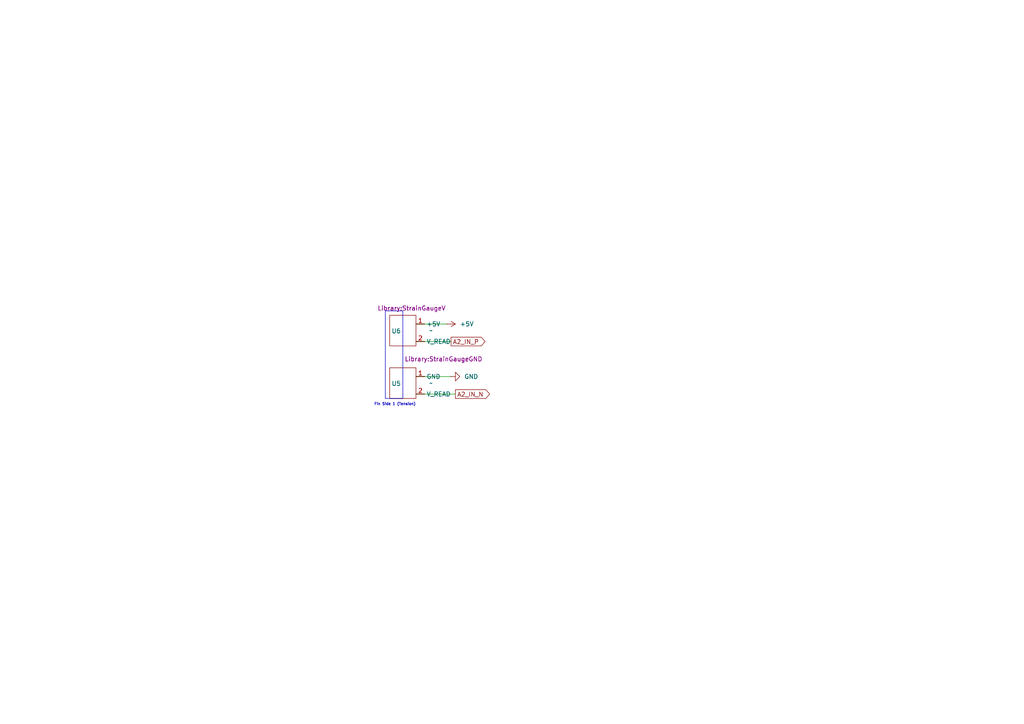
<source format=kicad_sch>
(kicad_sch (version 20250114) (generator "eeschema") (generator_version "9.0")
  (paper "A4")
  (lib_symbols
    (symbol "My_Library:StrainGaugeGND"
      (property "Reference" "U" (at 0 -1.016 0))
      (property "Footprint" "Library:StrainGaugeGND" (at 0 0 0))
      (symbol "StrainGaugeGND_0_1"
        (rectangle (start -3.81 3.81) (end 3.81 -5.08))
      )
      (symbol "StrainGaugeGND_1_1"
        (pin power_in line (at 3.81 1.27 0) (length 2.54) (name "GND") (number "1"))
        (pin bidirectional line (at 3.81 -3.81 0) (length 2.54) (name "V_READ") (number "2"))
      )
    )
    (symbol "My_Library:StrainGaugeV"
      (property "Reference" "U" (at 0 -1.016 0))
      (property "Footprint" "Library:StrainGaugeV" (at 0 0 0))
      (symbol "StrainGaugeV_0_1"
        (rectangle (start -3.81 3.81) (end 3.81 -5.08))
      )
      (symbol "StrainGaugeV_1_1"
        (pin power_in line (at 3.81 1.27 0) (length 2.54) (name "+5V") (number "1"))
        (pin bidirectional line (at 3.81 -3.81 0) (length 2.54) (name "V_READ") (number "2"))
      )
    )
    (symbol "power:+5V" (power) (pin_numbers (hide yes)) (pin_names (offset 0) (hide yes))
      (property "Value" "+5V" (at 0 3.556 0))
      (symbol "+5V_0_1"
        (polyline (pts (xy -0.762 1.27) (xy 0 2.54)))
        (polyline (pts (xy 0 2.54) (xy 0.762 1.27)))
        (polyline (pts (xy 0 0) (xy 0 2.54)))
      )
      (symbol "+5V_1_1"
        (pin power_in line (at 0 0 90) (length 0) (name "~") (number "1"))
      )
    )
    (symbol "power:GND" (power) (pin_numbers (hide yes)) (pin_names (offset 0) (hide yes))
      (property "Value" "GND" (at 0 -3.81 0))
      (symbol "GND_0_1"
        (polyline (pts (xy 0 0) (xy 0 -1.27) (xy 1.27 -1.27) (xy 0 -2.54) (xy -1.27 -1.27) (xy 0 -1.27)))
      )
      (symbol "GND_1_1"
        (pin power_in line (at 0 0 270) (length 0) (name "~") (number "1"))
      )
    )
  )
  (rectangle (start 111.76 90.17) (end 116.84 115.57))
  (text "Fin Side 1 (Tension)" (at 114.554 117.348 0) (effects (font (size 0.762 0.762))))
  (wire (pts (xy 120.65 114.3) (xy 132.08 114.3)))
  (wire (pts (xy 120.65 93.98) (xy 129.54 93.98)))
  (wire (pts (xy 120.65 109.22) (xy 130.81 109.22)))
  (wire (pts (xy 120.65 99.06) (xy 130.81 99.06)))
  (global_label "A2_IN_P" (shape output) (at 130.81 99.06 0) (property "Intersheetrefs" "${INTERSHEET_REFS}" (effects (hide yes))))
  (global_label "A2_IN_N" (shape output) (at 132.08 114.3 0) (property "Intersheetrefs" "${INTERSHEET_REFS}" (effects (hide yes))))
  (symbol (lib_id "power:GND") (at 130.81 109.22 90) (unit 1)
    (property "Reference" "#PWR02" (effects (hide yes)))
    (property "Value" "GND" (at 134.62 109.2199 90) (effects (justify right)))
    (property "Description" "Power symbol creates a global label with name \"GND\" , ground" (effects (hide yes)))
  )
  (symbol (lib_id "My_Library:StrainGaugeV") (at 116.84 95.25 0) (unit 1)
    (property "Reference" "U6" (at 113.538 96.012 0) (effects (justify left)))
    (property "Value" "~" (at 124.46 95.885 0) (effects (justify left)))
    (property "Footprint" "Library:StrainGaugeV" (at 109.474 89.408 0) (effects (justify left)))
  )
  (symbol (lib_id "power:+5V") (at 129.54 93.98 270) (unit 1)
    (property "Reference" "#PWR01" (effects (hide yes)))
    (property "Value" "+5V" (at 133.35 93.9799 90) (effects (justify left)))
    (property "Description" "Power symbol creates a global label with name \"+5V\"" (effects (hide yes)))
  )
  (symbol (lib_id "My_Library:StrainGaugeGND") (at 116.84 110.49 0) (unit 1)
    (property "Reference" "U5" (at 113.538 111.252 0) (effects (justify left)))
    (property "Value" "~" (at 124.46 111.125 0) (effects (justify left)))
    (property "Footprint" "Library:StrainGaugeGND" (at 117.348 104.14 0) (effects (justify left)))
  )
)
</source>
